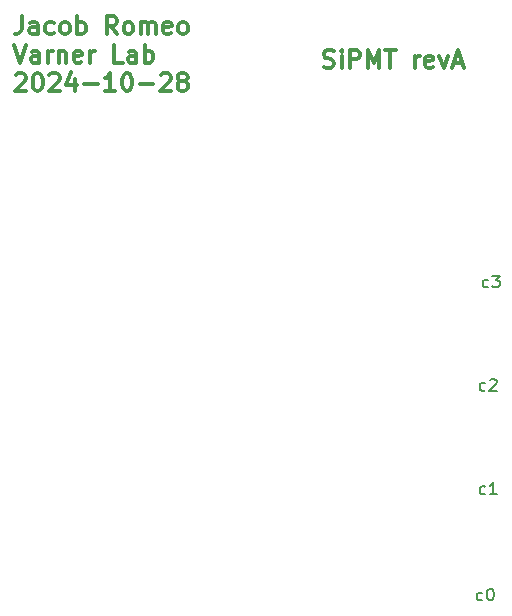
<source format=gbr>
%TF.GenerationSoftware,KiCad,Pcbnew,8.0.5*%
%TF.CreationDate,2024-10-28T15:41:29-10:00*%
%TF.ProjectId,SiPMT.revA,5369504d-542e-4726-9576-412e6b696361,rev?*%
%TF.SameCoordinates,Original*%
%TF.FileFunction,Legend,Top*%
%TF.FilePolarity,Positive*%
%FSLAX46Y46*%
G04 Gerber Fmt 4.6, Leading zero omitted, Abs format (unit mm)*
G04 Created by KiCad (PCBNEW 8.0.5) date 2024-10-28 15:41:29*
%MOMM*%
%LPD*%
G01*
G04 APERTURE LIST*
%ADD10C,0.300000*%
%ADD11C,0.150000*%
G04 APERTURE END LIST*
D10*
X127883082Y-60900996D02*
X127883082Y-61972425D01*
X127883082Y-61972425D02*
X127811653Y-62186710D01*
X127811653Y-62186710D02*
X127668796Y-62329568D01*
X127668796Y-62329568D02*
X127454510Y-62400996D01*
X127454510Y-62400996D02*
X127311653Y-62400996D01*
X129240225Y-62400996D02*
X129240225Y-61615282D01*
X129240225Y-61615282D02*
X129168796Y-61472425D01*
X129168796Y-61472425D02*
X129025939Y-61400996D01*
X129025939Y-61400996D02*
X128740225Y-61400996D01*
X128740225Y-61400996D02*
X128597367Y-61472425D01*
X129240225Y-62329568D02*
X129097367Y-62400996D01*
X129097367Y-62400996D02*
X128740225Y-62400996D01*
X128740225Y-62400996D02*
X128597367Y-62329568D01*
X128597367Y-62329568D02*
X128525939Y-62186710D01*
X128525939Y-62186710D02*
X128525939Y-62043853D01*
X128525939Y-62043853D02*
X128597367Y-61900996D01*
X128597367Y-61900996D02*
X128740225Y-61829568D01*
X128740225Y-61829568D02*
X129097367Y-61829568D01*
X129097367Y-61829568D02*
X129240225Y-61758139D01*
X130597368Y-62329568D02*
X130454510Y-62400996D01*
X130454510Y-62400996D02*
X130168796Y-62400996D01*
X130168796Y-62400996D02*
X130025939Y-62329568D01*
X130025939Y-62329568D02*
X129954510Y-62258139D01*
X129954510Y-62258139D02*
X129883082Y-62115282D01*
X129883082Y-62115282D02*
X129883082Y-61686710D01*
X129883082Y-61686710D02*
X129954510Y-61543853D01*
X129954510Y-61543853D02*
X130025939Y-61472425D01*
X130025939Y-61472425D02*
X130168796Y-61400996D01*
X130168796Y-61400996D02*
X130454510Y-61400996D01*
X130454510Y-61400996D02*
X130597368Y-61472425D01*
X131454510Y-62400996D02*
X131311653Y-62329568D01*
X131311653Y-62329568D02*
X131240224Y-62258139D01*
X131240224Y-62258139D02*
X131168796Y-62115282D01*
X131168796Y-62115282D02*
X131168796Y-61686710D01*
X131168796Y-61686710D02*
X131240224Y-61543853D01*
X131240224Y-61543853D02*
X131311653Y-61472425D01*
X131311653Y-61472425D02*
X131454510Y-61400996D01*
X131454510Y-61400996D02*
X131668796Y-61400996D01*
X131668796Y-61400996D02*
X131811653Y-61472425D01*
X131811653Y-61472425D02*
X131883082Y-61543853D01*
X131883082Y-61543853D02*
X131954510Y-61686710D01*
X131954510Y-61686710D02*
X131954510Y-62115282D01*
X131954510Y-62115282D02*
X131883082Y-62258139D01*
X131883082Y-62258139D02*
X131811653Y-62329568D01*
X131811653Y-62329568D02*
X131668796Y-62400996D01*
X131668796Y-62400996D02*
X131454510Y-62400996D01*
X132597367Y-62400996D02*
X132597367Y-60900996D01*
X132597367Y-61472425D02*
X132740225Y-61400996D01*
X132740225Y-61400996D02*
X133025939Y-61400996D01*
X133025939Y-61400996D02*
X133168796Y-61472425D01*
X133168796Y-61472425D02*
X133240225Y-61543853D01*
X133240225Y-61543853D02*
X133311653Y-61686710D01*
X133311653Y-61686710D02*
X133311653Y-62115282D01*
X133311653Y-62115282D02*
X133240225Y-62258139D01*
X133240225Y-62258139D02*
X133168796Y-62329568D01*
X133168796Y-62329568D02*
X133025939Y-62400996D01*
X133025939Y-62400996D02*
X132740225Y-62400996D01*
X132740225Y-62400996D02*
X132597367Y-62329568D01*
X135954510Y-62400996D02*
X135454510Y-61686710D01*
X135097367Y-62400996D02*
X135097367Y-60900996D01*
X135097367Y-60900996D02*
X135668796Y-60900996D01*
X135668796Y-60900996D02*
X135811653Y-60972425D01*
X135811653Y-60972425D02*
X135883082Y-61043853D01*
X135883082Y-61043853D02*
X135954510Y-61186710D01*
X135954510Y-61186710D02*
X135954510Y-61400996D01*
X135954510Y-61400996D02*
X135883082Y-61543853D01*
X135883082Y-61543853D02*
X135811653Y-61615282D01*
X135811653Y-61615282D02*
X135668796Y-61686710D01*
X135668796Y-61686710D02*
X135097367Y-61686710D01*
X136811653Y-62400996D02*
X136668796Y-62329568D01*
X136668796Y-62329568D02*
X136597367Y-62258139D01*
X136597367Y-62258139D02*
X136525939Y-62115282D01*
X136525939Y-62115282D02*
X136525939Y-61686710D01*
X136525939Y-61686710D02*
X136597367Y-61543853D01*
X136597367Y-61543853D02*
X136668796Y-61472425D01*
X136668796Y-61472425D02*
X136811653Y-61400996D01*
X136811653Y-61400996D02*
X137025939Y-61400996D01*
X137025939Y-61400996D02*
X137168796Y-61472425D01*
X137168796Y-61472425D02*
X137240225Y-61543853D01*
X137240225Y-61543853D02*
X137311653Y-61686710D01*
X137311653Y-61686710D02*
X137311653Y-62115282D01*
X137311653Y-62115282D02*
X137240225Y-62258139D01*
X137240225Y-62258139D02*
X137168796Y-62329568D01*
X137168796Y-62329568D02*
X137025939Y-62400996D01*
X137025939Y-62400996D02*
X136811653Y-62400996D01*
X137954510Y-62400996D02*
X137954510Y-61400996D01*
X137954510Y-61543853D02*
X138025939Y-61472425D01*
X138025939Y-61472425D02*
X138168796Y-61400996D01*
X138168796Y-61400996D02*
X138383082Y-61400996D01*
X138383082Y-61400996D02*
X138525939Y-61472425D01*
X138525939Y-61472425D02*
X138597368Y-61615282D01*
X138597368Y-61615282D02*
X138597368Y-62400996D01*
X138597368Y-61615282D02*
X138668796Y-61472425D01*
X138668796Y-61472425D02*
X138811653Y-61400996D01*
X138811653Y-61400996D02*
X139025939Y-61400996D01*
X139025939Y-61400996D02*
X139168796Y-61472425D01*
X139168796Y-61472425D02*
X139240225Y-61615282D01*
X139240225Y-61615282D02*
X139240225Y-62400996D01*
X140525939Y-62329568D02*
X140383082Y-62400996D01*
X140383082Y-62400996D02*
X140097368Y-62400996D01*
X140097368Y-62400996D02*
X139954510Y-62329568D01*
X139954510Y-62329568D02*
X139883082Y-62186710D01*
X139883082Y-62186710D02*
X139883082Y-61615282D01*
X139883082Y-61615282D02*
X139954510Y-61472425D01*
X139954510Y-61472425D02*
X140097368Y-61400996D01*
X140097368Y-61400996D02*
X140383082Y-61400996D01*
X140383082Y-61400996D02*
X140525939Y-61472425D01*
X140525939Y-61472425D02*
X140597368Y-61615282D01*
X140597368Y-61615282D02*
X140597368Y-61758139D01*
X140597368Y-61758139D02*
X139883082Y-61900996D01*
X141454510Y-62400996D02*
X141311653Y-62329568D01*
X141311653Y-62329568D02*
X141240224Y-62258139D01*
X141240224Y-62258139D02*
X141168796Y-62115282D01*
X141168796Y-62115282D02*
X141168796Y-61686710D01*
X141168796Y-61686710D02*
X141240224Y-61543853D01*
X141240224Y-61543853D02*
X141311653Y-61472425D01*
X141311653Y-61472425D02*
X141454510Y-61400996D01*
X141454510Y-61400996D02*
X141668796Y-61400996D01*
X141668796Y-61400996D02*
X141811653Y-61472425D01*
X141811653Y-61472425D02*
X141883082Y-61543853D01*
X141883082Y-61543853D02*
X141954510Y-61686710D01*
X141954510Y-61686710D02*
X141954510Y-62115282D01*
X141954510Y-62115282D02*
X141883082Y-62258139D01*
X141883082Y-62258139D02*
X141811653Y-62329568D01*
X141811653Y-62329568D02*
X141668796Y-62400996D01*
X141668796Y-62400996D02*
X141454510Y-62400996D01*
X127240225Y-63315912D02*
X127740225Y-64815912D01*
X127740225Y-64815912D02*
X128240225Y-63315912D01*
X129383082Y-64815912D02*
X129383082Y-64030198D01*
X129383082Y-64030198D02*
X129311653Y-63887341D01*
X129311653Y-63887341D02*
X129168796Y-63815912D01*
X129168796Y-63815912D02*
X128883082Y-63815912D01*
X128883082Y-63815912D02*
X128740224Y-63887341D01*
X129383082Y-64744484D02*
X129240224Y-64815912D01*
X129240224Y-64815912D02*
X128883082Y-64815912D01*
X128883082Y-64815912D02*
X128740224Y-64744484D01*
X128740224Y-64744484D02*
X128668796Y-64601626D01*
X128668796Y-64601626D02*
X128668796Y-64458769D01*
X128668796Y-64458769D02*
X128740224Y-64315912D01*
X128740224Y-64315912D02*
X128883082Y-64244484D01*
X128883082Y-64244484D02*
X129240224Y-64244484D01*
X129240224Y-64244484D02*
X129383082Y-64173055D01*
X130097367Y-64815912D02*
X130097367Y-63815912D01*
X130097367Y-64101626D02*
X130168796Y-63958769D01*
X130168796Y-63958769D02*
X130240225Y-63887341D01*
X130240225Y-63887341D02*
X130383082Y-63815912D01*
X130383082Y-63815912D02*
X130525939Y-63815912D01*
X131025938Y-63815912D02*
X131025938Y-64815912D01*
X131025938Y-63958769D02*
X131097367Y-63887341D01*
X131097367Y-63887341D02*
X131240224Y-63815912D01*
X131240224Y-63815912D02*
X131454510Y-63815912D01*
X131454510Y-63815912D02*
X131597367Y-63887341D01*
X131597367Y-63887341D02*
X131668796Y-64030198D01*
X131668796Y-64030198D02*
X131668796Y-64815912D01*
X132954510Y-64744484D02*
X132811653Y-64815912D01*
X132811653Y-64815912D02*
X132525939Y-64815912D01*
X132525939Y-64815912D02*
X132383081Y-64744484D01*
X132383081Y-64744484D02*
X132311653Y-64601626D01*
X132311653Y-64601626D02*
X132311653Y-64030198D01*
X132311653Y-64030198D02*
X132383081Y-63887341D01*
X132383081Y-63887341D02*
X132525939Y-63815912D01*
X132525939Y-63815912D02*
X132811653Y-63815912D01*
X132811653Y-63815912D02*
X132954510Y-63887341D01*
X132954510Y-63887341D02*
X133025939Y-64030198D01*
X133025939Y-64030198D02*
X133025939Y-64173055D01*
X133025939Y-64173055D02*
X132311653Y-64315912D01*
X133668795Y-64815912D02*
X133668795Y-63815912D01*
X133668795Y-64101626D02*
X133740224Y-63958769D01*
X133740224Y-63958769D02*
X133811653Y-63887341D01*
X133811653Y-63887341D02*
X133954510Y-63815912D01*
X133954510Y-63815912D02*
X134097367Y-63815912D01*
X136454509Y-64815912D02*
X135740223Y-64815912D01*
X135740223Y-64815912D02*
X135740223Y-63315912D01*
X137597367Y-64815912D02*
X137597367Y-64030198D01*
X137597367Y-64030198D02*
X137525938Y-63887341D01*
X137525938Y-63887341D02*
X137383081Y-63815912D01*
X137383081Y-63815912D02*
X137097367Y-63815912D01*
X137097367Y-63815912D02*
X136954509Y-63887341D01*
X137597367Y-64744484D02*
X137454509Y-64815912D01*
X137454509Y-64815912D02*
X137097367Y-64815912D01*
X137097367Y-64815912D02*
X136954509Y-64744484D01*
X136954509Y-64744484D02*
X136883081Y-64601626D01*
X136883081Y-64601626D02*
X136883081Y-64458769D01*
X136883081Y-64458769D02*
X136954509Y-64315912D01*
X136954509Y-64315912D02*
X137097367Y-64244484D01*
X137097367Y-64244484D02*
X137454509Y-64244484D01*
X137454509Y-64244484D02*
X137597367Y-64173055D01*
X138311652Y-64815912D02*
X138311652Y-63315912D01*
X138311652Y-63887341D02*
X138454510Y-63815912D01*
X138454510Y-63815912D02*
X138740224Y-63815912D01*
X138740224Y-63815912D02*
X138883081Y-63887341D01*
X138883081Y-63887341D02*
X138954510Y-63958769D01*
X138954510Y-63958769D02*
X139025938Y-64101626D01*
X139025938Y-64101626D02*
X139025938Y-64530198D01*
X139025938Y-64530198D02*
X138954510Y-64673055D01*
X138954510Y-64673055D02*
X138883081Y-64744484D01*
X138883081Y-64744484D02*
X138740224Y-64815912D01*
X138740224Y-64815912D02*
X138454510Y-64815912D01*
X138454510Y-64815912D02*
X138311652Y-64744484D01*
X127383082Y-65873685D02*
X127454510Y-65802257D01*
X127454510Y-65802257D02*
X127597368Y-65730828D01*
X127597368Y-65730828D02*
X127954510Y-65730828D01*
X127954510Y-65730828D02*
X128097368Y-65802257D01*
X128097368Y-65802257D02*
X128168796Y-65873685D01*
X128168796Y-65873685D02*
X128240225Y-66016542D01*
X128240225Y-66016542D02*
X128240225Y-66159400D01*
X128240225Y-66159400D02*
X128168796Y-66373685D01*
X128168796Y-66373685D02*
X127311653Y-67230828D01*
X127311653Y-67230828D02*
X128240225Y-67230828D01*
X129168796Y-65730828D02*
X129311653Y-65730828D01*
X129311653Y-65730828D02*
X129454510Y-65802257D01*
X129454510Y-65802257D02*
X129525939Y-65873685D01*
X129525939Y-65873685D02*
X129597367Y-66016542D01*
X129597367Y-66016542D02*
X129668796Y-66302257D01*
X129668796Y-66302257D02*
X129668796Y-66659400D01*
X129668796Y-66659400D02*
X129597367Y-66945114D01*
X129597367Y-66945114D02*
X129525939Y-67087971D01*
X129525939Y-67087971D02*
X129454510Y-67159400D01*
X129454510Y-67159400D02*
X129311653Y-67230828D01*
X129311653Y-67230828D02*
X129168796Y-67230828D01*
X129168796Y-67230828D02*
X129025939Y-67159400D01*
X129025939Y-67159400D02*
X128954510Y-67087971D01*
X128954510Y-67087971D02*
X128883081Y-66945114D01*
X128883081Y-66945114D02*
X128811653Y-66659400D01*
X128811653Y-66659400D02*
X128811653Y-66302257D01*
X128811653Y-66302257D02*
X128883081Y-66016542D01*
X128883081Y-66016542D02*
X128954510Y-65873685D01*
X128954510Y-65873685D02*
X129025939Y-65802257D01*
X129025939Y-65802257D02*
X129168796Y-65730828D01*
X130240224Y-65873685D02*
X130311652Y-65802257D01*
X130311652Y-65802257D02*
X130454510Y-65730828D01*
X130454510Y-65730828D02*
X130811652Y-65730828D01*
X130811652Y-65730828D02*
X130954510Y-65802257D01*
X130954510Y-65802257D02*
X131025938Y-65873685D01*
X131025938Y-65873685D02*
X131097367Y-66016542D01*
X131097367Y-66016542D02*
X131097367Y-66159400D01*
X131097367Y-66159400D02*
X131025938Y-66373685D01*
X131025938Y-66373685D02*
X130168795Y-67230828D01*
X130168795Y-67230828D02*
X131097367Y-67230828D01*
X132383081Y-66230828D02*
X132383081Y-67230828D01*
X132025938Y-65659400D02*
X131668795Y-66730828D01*
X131668795Y-66730828D02*
X132597366Y-66730828D01*
X133168794Y-66659400D02*
X134311652Y-66659400D01*
X135811652Y-67230828D02*
X134954509Y-67230828D01*
X135383080Y-67230828D02*
X135383080Y-65730828D01*
X135383080Y-65730828D02*
X135240223Y-65945114D01*
X135240223Y-65945114D02*
X135097366Y-66087971D01*
X135097366Y-66087971D02*
X134954509Y-66159400D01*
X136740223Y-65730828D02*
X136883080Y-65730828D01*
X136883080Y-65730828D02*
X137025937Y-65802257D01*
X137025937Y-65802257D02*
X137097366Y-65873685D01*
X137097366Y-65873685D02*
X137168794Y-66016542D01*
X137168794Y-66016542D02*
X137240223Y-66302257D01*
X137240223Y-66302257D02*
X137240223Y-66659400D01*
X137240223Y-66659400D02*
X137168794Y-66945114D01*
X137168794Y-66945114D02*
X137097366Y-67087971D01*
X137097366Y-67087971D02*
X137025937Y-67159400D01*
X137025937Y-67159400D02*
X136883080Y-67230828D01*
X136883080Y-67230828D02*
X136740223Y-67230828D01*
X136740223Y-67230828D02*
X136597366Y-67159400D01*
X136597366Y-67159400D02*
X136525937Y-67087971D01*
X136525937Y-67087971D02*
X136454508Y-66945114D01*
X136454508Y-66945114D02*
X136383080Y-66659400D01*
X136383080Y-66659400D02*
X136383080Y-66302257D01*
X136383080Y-66302257D02*
X136454508Y-66016542D01*
X136454508Y-66016542D02*
X136525937Y-65873685D01*
X136525937Y-65873685D02*
X136597366Y-65802257D01*
X136597366Y-65802257D02*
X136740223Y-65730828D01*
X137883079Y-66659400D02*
X139025937Y-66659400D01*
X139668794Y-65873685D02*
X139740222Y-65802257D01*
X139740222Y-65802257D02*
X139883080Y-65730828D01*
X139883080Y-65730828D02*
X140240222Y-65730828D01*
X140240222Y-65730828D02*
X140383080Y-65802257D01*
X140383080Y-65802257D02*
X140454508Y-65873685D01*
X140454508Y-65873685D02*
X140525937Y-66016542D01*
X140525937Y-66016542D02*
X140525937Y-66159400D01*
X140525937Y-66159400D02*
X140454508Y-66373685D01*
X140454508Y-66373685D02*
X139597365Y-67230828D01*
X139597365Y-67230828D02*
X140525937Y-67230828D01*
X141383079Y-66373685D02*
X141240222Y-66302257D01*
X141240222Y-66302257D02*
X141168793Y-66230828D01*
X141168793Y-66230828D02*
X141097365Y-66087971D01*
X141097365Y-66087971D02*
X141097365Y-66016542D01*
X141097365Y-66016542D02*
X141168793Y-65873685D01*
X141168793Y-65873685D02*
X141240222Y-65802257D01*
X141240222Y-65802257D02*
X141383079Y-65730828D01*
X141383079Y-65730828D02*
X141668793Y-65730828D01*
X141668793Y-65730828D02*
X141811651Y-65802257D01*
X141811651Y-65802257D02*
X141883079Y-65873685D01*
X141883079Y-65873685D02*
X141954508Y-66016542D01*
X141954508Y-66016542D02*
X141954508Y-66087971D01*
X141954508Y-66087971D02*
X141883079Y-66230828D01*
X141883079Y-66230828D02*
X141811651Y-66302257D01*
X141811651Y-66302257D02*
X141668793Y-66373685D01*
X141668793Y-66373685D02*
X141383079Y-66373685D01*
X141383079Y-66373685D02*
X141240222Y-66445114D01*
X141240222Y-66445114D02*
X141168793Y-66516542D01*
X141168793Y-66516542D02*
X141097365Y-66659400D01*
X141097365Y-66659400D02*
X141097365Y-66945114D01*
X141097365Y-66945114D02*
X141168793Y-67087971D01*
X141168793Y-67087971D02*
X141240222Y-67159400D01*
X141240222Y-67159400D02*
X141383079Y-67230828D01*
X141383079Y-67230828D02*
X141668793Y-67230828D01*
X141668793Y-67230828D02*
X141811651Y-67159400D01*
X141811651Y-67159400D02*
X141883079Y-67087971D01*
X141883079Y-67087971D02*
X141954508Y-66945114D01*
X141954508Y-66945114D02*
X141954508Y-66659400D01*
X141954508Y-66659400D02*
X141883079Y-66516542D01*
X141883079Y-66516542D02*
X141811651Y-66445114D01*
X141811651Y-66445114D02*
X141668793Y-66373685D01*
X153470582Y-65184400D02*
X153684868Y-65255828D01*
X153684868Y-65255828D02*
X154042010Y-65255828D01*
X154042010Y-65255828D02*
X154184868Y-65184400D01*
X154184868Y-65184400D02*
X154256296Y-65112971D01*
X154256296Y-65112971D02*
X154327725Y-64970114D01*
X154327725Y-64970114D02*
X154327725Y-64827257D01*
X154327725Y-64827257D02*
X154256296Y-64684400D01*
X154256296Y-64684400D02*
X154184868Y-64612971D01*
X154184868Y-64612971D02*
X154042010Y-64541542D01*
X154042010Y-64541542D02*
X153756296Y-64470114D01*
X153756296Y-64470114D02*
X153613439Y-64398685D01*
X153613439Y-64398685D02*
X153542010Y-64327257D01*
X153542010Y-64327257D02*
X153470582Y-64184400D01*
X153470582Y-64184400D02*
X153470582Y-64041542D01*
X153470582Y-64041542D02*
X153542010Y-63898685D01*
X153542010Y-63898685D02*
X153613439Y-63827257D01*
X153613439Y-63827257D02*
X153756296Y-63755828D01*
X153756296Y-63755828D02*
X154113439Y-63755828D01*
X154113439Y-63755828D02*
X154327725Y-63827257D01*
X154970581Y-65255828D02*
X154970581Y-64255828D01*
X154970581Y-63755828D02*
X154899153Y-63827257D01*
X154899153Y-63827257D02*
X154970581Y-63898685D01*
X154970581Y-63898685D02*
X155042010Y-63827257D01*
X155042010Y-63827257D02*
X154970581Y-63755828D01*
X154970581Y-63755828D02*
X154970581Y-63898685D01*
X155684867Y-65255828D02*
X155684867Y-63755828D01*
X155684867Y-63755828D02*
X156256296Y-63755828D01*
X156256296Y-63755828D02*
X156399153Y-63827257D01*
X156399153Y-63827257D02*
X156470582Y-63898685D01*
X156470582Y-63898685D02*
X156542010Y-64041542D01*
X156542010Y-64041542D02*
X156542010Y-64255828D01*
X156542010Y-64255828D02*
X156470582Y-64398685D01*
X156470582Y-64398685D02*
X156399153Y-64470114D01*
X156399153Y-64470114D02*
X156256296Y-64541542D01*
X156256296Y-64541542D02*
X155684867Y-64541542D01*
X157184867Y-65255828D02*
X157184867Y-63755828D01*
X157184867Y-63755828D02*
X157684867Y-64827257D01*
X157684867Y-64827257D02*
X158184867Y-63755828D01*
X158184867Y-63755828D02*
X158184867Y-65255828D01*
X158684868Y-63755828D02*
X159542011Y-63755828D01*
X159113439Y-65255828D02*
X159113439Y-63755828D01*
X161184867Y-65255828D02*
X161184867Y-64255828D01*
X161184867Y-64541542D02*
X161256296Y-64398685D01*
X161256296Y-64398685D02*
X161327725Y-64327257D01*
X161327725Y-64327257D02*
X161470582Y-64255828D01*
X161470582Y-64255828D02*
X161613439Y-64255828D01*
X162684867Y-65184400D02*
X162542010Y-65255828D01*
X162542010Y-65255828D02*
X162256296Y-65255828D01*
X162256296Y-65255828D02*
X162113438Y-65184400D01*
X162113438Y-65184400D02*
X162042010Y-65041542D01*
X162042010Y-65041542D02*
X162042010Y-64470114D01*
X162042010Y-64470114D02*
X162113438Y-64327257D01*
X162113438Y-64327257D02*
X162256296Y-64255828D01*
X162256296Y-64255828D02*
X162542010Y-64255828D01*
X162542010Y-64255828D02*
X162684867Y-64327257D01*
X162684867Y-64327257D02*
X162756296Y-64470114D01*
X162756296Y-64470114D02*
X162756296Y-64612971D01*
X162756296Y-64612971D02*
X162042010Y-64755828D01*
X163256295Y-64255828D02*
X163613438Y-65255828D01*
X163613438Y-65255828D02*
X163970581Y-64255828D01*
X164470581Y-64827257D02*
X165184867Y-64827257D01*
X164327724Y-65255828D02*
X164827724Y-63755828D01*
X164827724Y-63755828D02*
X165327724Y-65255828D01*
D11*
X166899404Y-110312200D02*
X166804166Y-110359819D01*
X166804166Y-110359819D02*
X166613690Y-110359819D01*
X166613690Y-110359819D02*
X166518452Y-110312200D01*
X166518452Y-110312200D02*
X166470833Y-110264580D01*
X166470833Y-110264580D02*
X166423214Y-110169342D01*
X166423214Y-110169342D02*
X166423214Y-109883628D01*
X166423214Y-109883628D02*
X166470833Y-109788390D01*
X166470833Y-109788390D02*
X166518452Y-109740771D01*
X166518452Y-109740771D02*
X166613690Y-109693152D01*
X166613690Y-109693152D02*
X166804166Y-109693152D01*
X166804166Y-109693152D02*
X166899404Y-109740771D01*
X167518452Y-109359819D02*
X167613690Y-109359819D01*
X167613690Y-109359819D02*
X167708928Y-109407438D01*
X167708928Y-109407438D02*
X167756547Y-109455057D01*
X167756547Y-109455057D02*
X167804166Y-109550295D01*
X167804166Y-109550295D02*
X167851785Y-109740771D01*
X167851785Y-109740771D02*
X167851785Y-109978866D01*
X167851785Y-109978866D02*
X167804166Y-110169342D01*
X167804166Y-110169342D02*
X167756547Y-110264580D01*
X167756547Y-110264580D02*
X167708928Y-110312200D01*
X167708928Y-110312200D02*
X167613690Y-110359819D01*
X167613690Y-110359819D02*
X167518452Y-110359819D01*
X167518452Y-110359819D02*
X167423214Y-110312200D01*
X167423214Y-110312200D02*
X167375595Y-110264580D01*
X167375595Y-110264580D02*
X167327976Y-110169342D01*
X167327976Y-110169342D02*
X167280357Y-109978866D01*
X167280357Y-109978866D02*
X167280357Y-109740771D01*
X167280357Y-109740771D02*
X167327976Y-109550295D01*
X167327976Y-109550295D02*
X167375595Y-109455057D01*
X167375595Y-109455057D02*
X167423214Y-109407438D01*
X167423214Y-109407438D02*
X167518452Y-109359819D01*
X167399404Y-83812200D02*
X167304166Y-83859819D01*
X167304166Y-83859819D02*
X167113690Y-83859819D01*
X167113690Y-83859819D02*
X167018452Y-83812200D01*
X167018452Y-83812200D02*
X166970833Y-83764580D01*
X166970833Y-83764580D02*
X166923214Y-83669342D01*
X166923214Y-83669342D02*
X166923214Y-83383628D01*
X166923214Y-83383628D02*
X166970833Y-83288390D01*
X166970833Y-83288390D02*
X167018452Y-83240771D01*
X167018452Y-83240771D02*
X167113690Y-83193152D01*
X167113690Y-83193152D02*
X167304166Y-83193152D01*
X167304166Y-83193152D02*
X167399404Y-83240771D01*
X167732738Y-82859819D02*
X168351785Y-82859819D01*
X168351785Y-82859819D02*
X168018452Y-83240771D01*
X168018452Y-83240771D02*
X168161309Y-83240771D01*
X168161309Y-83240771D02*
X168256547Y-83288390D01*
X168256547Y-83288390D02*
X168304166Y-83336009D01*
X168304166Y-83336009D02*
X168351785Y-83431247D01*
X168351785Y-83431247D02*
X168351785Y-83669342D01*
X168351785Y-83669342D02*
X168304166Y-83764580D01*
X168304166Y-83764580D02*
X168256547Y-83812200D01*
X168256547Y-83812200D02*
X168161309Y-83859819D01*
X168161309Y-83859819D02*
X167875595Y-83859819D01*
X167875595Y-83859819D02*
X167780357Y-83812200D01*
X167780357Y-83812200D02*
X167732738Y-83764580D01*
X167149404Y-92562200D02*
X167054166Y-92609819D01*
X167054166Y-92609819D02*
X166863690Y-92609819D01*
X166863690Y-92609819D02*
X166768452Y-92562200D01*
X166768452Y-92562200D02*
X166720833Y-92514580D01*
X166720833Y-92514580D02*
X166673214Y-92419342D01*
X166673214Y-92419342D02*
X166673214Y-92133628D01*
X166673214Y-92133628D02*
X166720833Y-92038390D01*
X166720833Y-92038390D02*
X166768452Y-91990771D01*
X166768452Y-91990771D02*
X166863690Y-91943152D01*
X166863690Y-91943152D02*
X167054166Y-91943152D01*
X167054166Y-91943152D02*
X167149404Y-91990771D01*
X167530357Y-91705057D02*
X167577976Y-91657438D01*
X167577976Y-91657438D02*
X167673214Y-91609819D01*
X167673214Y-91609819D02*
X167911309Y-91609819D01*
X167911309Y-91609819D02*
X168006547Y-91657438D01*
X168006547Y-91657438D02*
X168054166Y-91705057D01*
X168054166Y-91705057D02*
X168101785Y-91800295D01*
X168101785Y-91800295D02*
X168101785Y-91895533D01*
X168101785Y-91895533D02*
X168054166Y-92038390D01*
X168054166Y-92038390D02*
X167482738Y-92609819D01*
X167482738Y-92609819D02*
X168101785Y-92609819D01*
X167149404Y-101312200D02*
X167054166Y-101359819D01*
X167054166Y-101359819D02*
X166863690Y-101359819D01*
X166863690Y-101359819D02*
X166768452Y-101312200D01*
X166768452Y-101312200D02*
X166720833Y-101264580D01*
X166720833Y-101264580D02*
X166673214Y-101169342D01*
X166673214Y-101169342D02*
X166673214Y-100883628D01*
X166673214Y-100883628D02*
X166720833Y-100788390D01*
X166720833Y-100788390D02*
X166768452Y-100740771D01*
X166768452Y-100740771D02*
X166863690Y-100693152D01*
X166863690Y-100693152D02*
X167054166Y-100693152D01*
X167054166Y-100693152D02*
X167149404Y-100740771D01*
X168101785Y-101359819D02*
X167530357Y-101359819D01*
X167816071Y-101359819D02*
X167816071Y-100359819D01*
X167816071Y-100359819D02*
X167720833Y-100502676D01*
X167720833Y-100502676D02*
X167625595Y-100597914D01*
X167625595Y-100597914D02*
X167530357Y-100645533D01*
M02*

</source>
